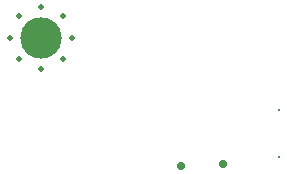
<source format=gbr>
%TF.GenerationSoftware,Altium Limited,Altium Designer,23.5.1 (21)*%
G04 Layer_Color=0*
%FSLAX45Y45*%
%MOMM*%
%TF.SameCoordinates,4F0F0AB4-5C0D-4210-9CCF-4C3744BDD4F0*%
%TF.FilePolarity,Positive*%
%TF.FileFunction,Plated,1,2,PTH,Drill*%
%TF.Part,Single*%
G01*
G75*
%TA.AperFunction,ComponentDrill*%
%ADD32C,3.50000*%
%ADD33C,0.50000*%
%ADD34C,0.25000*%
%TA.AperFunction,ViaDrill,NotFilled*%
%ADD35C,0.71120*%
D32*
X14985616Y4014385D02*
D03*
D33*
Y3751885D02*
D03*
X14800000Y3828769D02*
D03*
X14723116Y4014385D02*
D03*
X15171231Y3828769D02*
D03*
X15248116Y4014385D02*
D03*
X15171231Y4200000D02*
D03*
X14985616Y4276885D02*
D03*
X14800000Y4200000D02*
D03*
D34*
X17000000Y3400000D02*
D03*
Y3000000D02*
D03*
D35*
X16530000Y2940000D02*
D03*
X16170000Y2930000D02*
D03*
%TF.MD5,df4b3e2448e103c86b15127fb233630e*%
M02*

</source>
